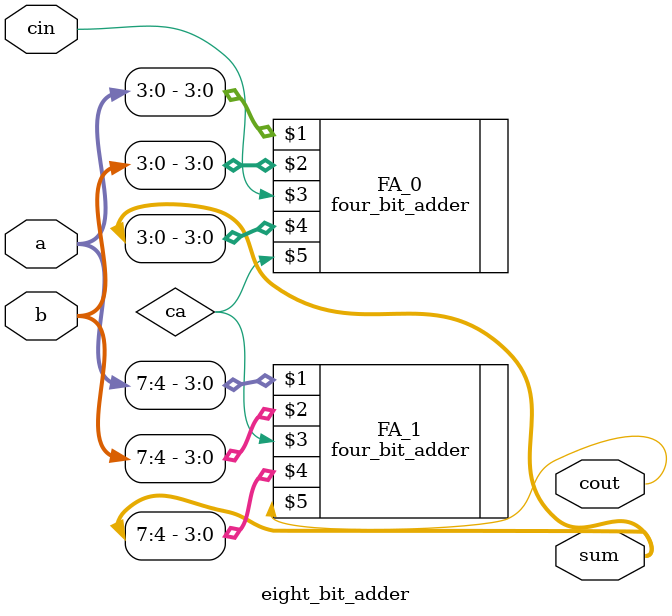
<source format=v>
`include "four_bit_adder.v"
module eight_bit_adder (a,b,cin,sum,cout);


input [7:0] a, b;
input cin;
output [7:0] sum;
output cout;
wire ca;


    four_bit_adder FA_0(a[3:0],b[3:0],cin,sum[3:0],ca);
    four_bit_adder FA_1(a[7:4],b[7:4],ca,sum[7:4],cout);



endmodule
</source>
